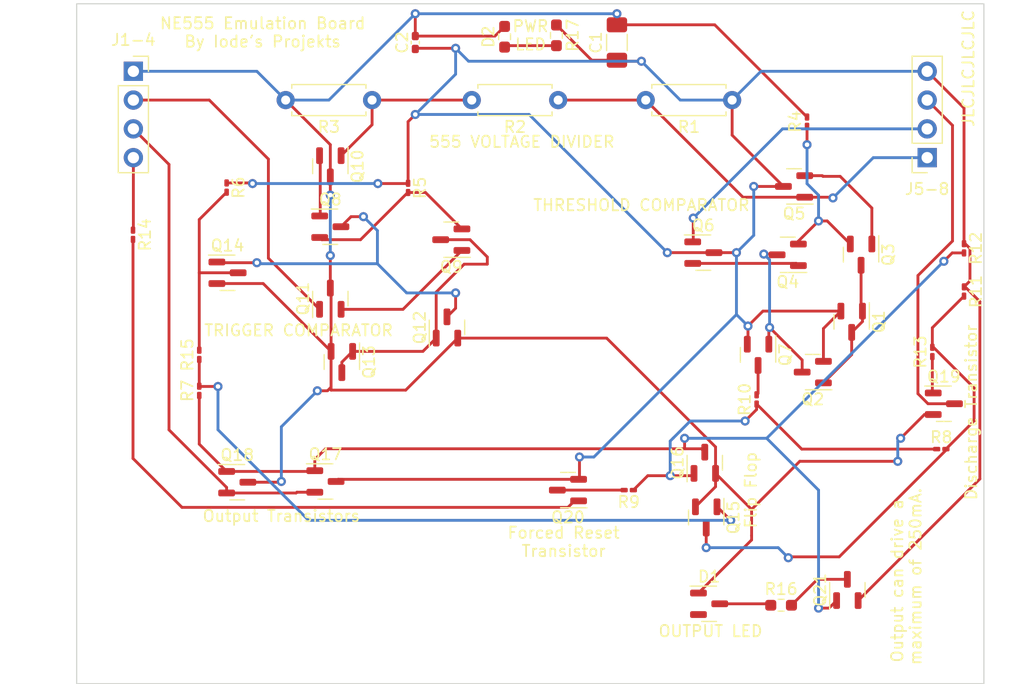
<source format=kicad_pcb>
(kicad_pcb (version 20211014) (generator pcbnew)
  (layers (0 "F.Cu" signal) (31 "B.Cu" signal) (34 "B.Paste" user) (35 "F.Paste" user) (36 "B.SilkS" user "B.Silkscreen") (37 "F.SilkS" user "F.Silkscreen") (38 "B.Mask" user) (39 "F.Mask" user) (44 "Edge.Cuts" user))
  (net 0 "")
  (net 1 "VCC")
  (net 2 "GND")
  (net 3 "TRIG")
  (net 4 "OUT")
  (net 5 "RESET")
  (net 6 "CONT")
  (net 7 "THRES")
  (net 8 "DSCH")
  (net 9 "Net-(Q1-Pad1)")
  (net 10 "Net-(Q2-Pad2)")
  (net 11 "Net-(Q3-Pad1)")
  (net 12 "Net-(Q3-Pad3)")
  (net 13 "Net-(Q4-Pad1)")
  (net 14 "RST")
  (net 15 "Net-(Q12-Pad2)")
  (net 16 "Net-(Q8-Pad2)")
  (net 17 "Net-(Q10-Pad2)")
  (net 18 "Net-(Q12-Pad1)")
  (net 19 "Net-(Q11-Pad2)")
  (net 20 "Net-(Q10-Pad3)")
  (net 21 "Net-(Q14-Pad2)")
  (net 22 "Net-(Q15-Pad1)")
  (net 23 "Net-(Q15-Pad2)")
  (net 24 "Net-(Q16-Pad1)")
  (net 25 "Net-(Q16-Pad2)")
  (net 26 "Net-(Q19-Pad1)")
  (net 27 "Net-(Q20-Pad1)")
  (net 28 "Net-(Q20-Pad3)")
  (net 29 "Net-(D1-Pad3)")
  (net 30 "Net-(D2-Pad1)")
  (net 31 "Net-(Q21-Pad1)")
  (footprint "Footprints:SOT-23-BCE" (layer "F.Cu") (at 175.387 95.504 90)
    (fp_text reference "Q16" (at 0 -2.4 90) (layer "F.SilkS"))
    (fp_text value "Q_NPN_BCE")
    (pad "1" smd roundrect (at -0.9375 -0.95 90) (size 1.475 0.6) (layers "F.Cu" "F.Paste" "F.Mask") (net 24 "Net-(Q16-Pad1)"))
    (pad "2" smd roundrect (at 0.9375 0 90) (size 1.475 0.6) (layers "F.Cu" "F.Paste" "F.Mask") (net 25 "Net-(Q16-Pad2)"))
    (pad "3" smd roundrect (at -0.9375 0.95 90) (size 1.475 0.6) (layers "F.Cu" "F.Paste" "F.Mask") (net 2 "GND"))
  )
  (footprint "Capacitor_SMD:C_0402_1005Metric_Pad0.74x0.62mm_HandSolder" (layer "F.Cu") (at 149.86 58.42 90)
    (fp_text reference "C2" (at 0 -1.16 90) (layer "F.SilkS"))
    (fp_text value "10nf")
    (pad "1" smd roundrect (at -0.5675 0 90) (size 0.735 0.62) (layers "F.Cu" "F.Paste" "F.Mask") (net 1 "VCC"))
    (pad "2" smd roundrect (at 0.5675 0 90) (size 0.735 0.62) (layers "F.Cu" "F.Paste" "F.Mask") (net 2 "GND"))
  )
  (footprint "Resistor_SMD:R_0603_1608Metric_Pad0.98x0.95mm_HandSolder" (layer "F.Cu") (at 182.118 108.077)
    (fp_text reference "R16" (at 0 -1.43) (layer "F.SilkS"))
    (fp_text value "160")
    (pad "1" smd roundrect (at -0.9125 0) (size 0.975 0.95) (layers "F.Cu" "F.Paste" "F.Mask") (net 29 "Net-(D1-Pad3)"))
    (pad "2" smd roundrect (at 0.9125 0) (size 0.975 0.95) (layers "F.Cu" "F.Paste" "F.Mask") (net 31 "Net-(Q21-Pad1)"))
  )
  (footprint "Connector_PinSocket_2.54mm:PinSocket_1x04_P2.54mm_Vertical" (layer "F.Cu") (at 125 60.96)
    (fp_text reference "J1-4" (at 0 -2.77) (layer "F.SilkS"))
    (fp_text value "Screw_Terminal_01x04")
    (pad "1" thru_hole rect (at 0 0) (size 1.7 1.7) (drill 1) (layers *.Cu *.Mask) (net 2 "GND"))
    (pad "2" thru_hole oval (at 0 2.54) (size 1.7 1.7) (drill 1) (layers *.Cu *.Mask) (net 3 "TRIG"))
    (pad "3" thru_hole oval (at 0 5.08) (size 1.7 1.7) (drill 1) (layers *.Cu *.Mask) (net 4 "OUT"))
    (pad "4" thru_hole oval (at 0 7.62) (size 1.7 1.7) (drill 1) (layers *.Cu *.Mask) (net 5 "RESET"))
  )
  (footprint "Footprints:SOT-23-CEB" (layer "F.Cu") (at 163.322 97.917 180)
    (fp_text reference "Q20" (at 0 -2.4) (layer "F.SilkS"))
    (fp_text value "Q_PNP_CEB")
    (pad "1" smd roundrect (at 0.9375 0 180) (size 1.475 0.6) (layers "F.Cu" "F.Paste" "F.Mask") (net 27 "Net-(Q20-Pad1)"))
    (pad "2" smd roundrect (at -0.9375 0.95 180) (size 1.475 0.6) (layers "F.Cu" "F.Paste" "F.Mask") (net 1 "VCC"))
    (pad "3" smd roundrect (at -0.9375 -0.95 180) (size 1.475 0.6) (layers "F.Cu" "F.Paste" "F.Mask") (net 28 "Net-(Q20-Pad3)"))
  )
  (footprint "Footprints:SOT-23-BCE" (layer "F.Cu") (at 141.9375 97.155)
    (fp_text reference "Q17" (at 0 -2.4) (layer "F.SilkS"))
    (fp_text value "Q_NPN_BCE")
    (pad "1" smd roundrect (at -0.9375 -0.95) (size 1.475 0.6) (layers "F.Cu" "F.Paste" "F.Mask") (net 25 "Net-(Q16-Pad2)"))
    (pad "2" smd roundrect (at 0.9375 0) (size 1.475 0.6) (layers "F.Cu" "F.Paste" "F.Mask") (net 1 "VCC"))
    (pad "3" smd roundrect (at -0.9375 0.95) (size 1.475 0.6) (layers "F.Cu" "F.Paste" "F.Mask") (net 4 "OUT"))
  )
  (footprint "Resistor_SMD:R_0201_0603Metric_Pad0.64x0.40mm_HandSolder" (layer "F.Cu") (at 198.247 76.581 -90)
    (fp_text reference "R12" (at 0 -1.05 90) (layer "F.SilkS"))
    (fp_text value "1k")
    (pad "1" smd roundrect (at -0.4075 0 270) (size 0.635 0.4) (layers "F.Cu" "F.Mask") (net 1 "VCC"))
    (pad "2" smd roundrect (at 0.4075 0 270) (size 0.635 0.4) (layers "F.Cu" "F.Mask") (net 25 "Net-(Q16-Pad2)"))
  )
  (footprint "Footprints:SOT-23-BCE" (layer "F.Cu") (at 184.912 87.503 180)
    (fp_text reference "Q2" (at 0 -2.4) (layer "F.SilkS"))
    (fp_text value "Q_PNP_BCE")
    (pad "1" smd roundrect (at -0.9375 -0.95 180) (size 1.475 0.6) (layers "F.Cu" "F.Paste" "F.Mask") (net 9 "Net-(Q1-Pad1)"))
    (pad "2" smd roundrect (at 0.9375 0 180) (size 1.475 0.6) (layers "F.Cu" "F.Paste" "F.Mask") (net 10 "Net-(Q2-Pad2)"))
    (pad "3" smd roundrect (at -0.9375 0.95 180) (size 1.475 0.6) (layers "F.Cu" "F.Paste" "F.Mask") (net 1 "VCC"))
  )
  (footprint "Resistor_SMD:R_0201_0603Metric_Pad0.64x0.40mm_HandSolder" (layer "F.Cu") (at 195.453 85.725 90)
    (fp_text reference "R13" (at 0 -1.05 90) (layer "F.SilkS"))
    (fp_text value "5k")
    (pad "1" smd roundrect (at -0.4075 0 90) (size 0.635 0.4) (layers "F.Cu" "F.Mask") (net 26 "Net-(Q19-Pad1)"))
    (pad "2" smd roundrect (at 0.4075 0 90) (size 0.635 0.4) (layers "F.Cu" "F.Mask") (net 23 "Net-(Q15-Pad2)"))
  )
  (footprint "Footprints:SOT-23-CEB" (layer "F.Cu") (at 134.1605 97.221)
    (fp_text reference "Q18" (at 0 -2.4) (layer "F.SilkS"))
    (fp_text value "Q_PNP_CEB")
    (pad "1" smd roundrect (at 0.9375 0) (size 1.475 0.6) (layers "F.Cu" "F.Paste" "F.Mask") (net 2 "GND"))
    (pad "2" smd roundrect (at -0.9375 0.95) (size 1.475 0.6) (layers "F.Cu" "F.Paste" "F.Mask") (net 4 "OUT"))
    (pad "3" smd roundrect (at -0.9375 -0.95) (size 1.475 0.6) (layers "F.Cu" "F.Paste" "F.Mask") (net 25 "Net-(Q16-Pad2)"))
  )
  (footprint "Connector_PinSocket_2.54mm:PinSocket_1x04_P2.54mm_Vertical" (layer "F.Cu") (at 195 68.58 180)
    (fp_text reference "J5-8" (at 0 -2.77) (layer "F.SilkS"))
    (fp_text value "Screw_Terminal_01x04")
    (pad "1" thru_hole rect (at 0 0 180) (size 1.7 1.7) (drill 1) (layers *.Cu *.Mask) (net 6 "CONT"))
    (pad "2" thru_hole oval (at 0 2.54 180) (size 1.7 1.7) (drill 1) (layers *.Cu *.Mask) (net 7 "THRES"))
    (pad "3" thru_hole oval (at 0 5.08 180) (size 1.7 1.7) (drill 1) (layers *.Cu *.Mask) (net 8 "DSCH"))
    (pad "4" thru_hole oval (at 0 7.62 180) (size 1.7 1.7) (drill 1) (layers *.Cu *.Mask) (net 1 "VCC"))
  )
  (footprint "Resistor_SMD:R_0201_0603Metric_Pad0.64x0.40mm_HandSolder" (layer "F.Cu") (at 124.968 75.385 -90)
    (fp_text reference "R14" (at 0 -1.05 90) (layer "F.SilkS"))
    (fp_text value "1k")
    (pad "1" smd roundrect (at -0.4075 0 270) (size 0.635 0.4) (layers "F.Cu" "F.Mask") (net 5 "RESET"))
    (pad "2" smd roundrect (at 0.4075 0 270) (size 0.635 0.4) (layers "F.Cu" "F.Mask") (net 28 "Net-(Q20-Pad3)"))
  )
  (footprint "Footprints:SOT-23-BCE" (layer "F.Cu") (at 175.26 76.962)
    (fp_text reference "Q6" (at 0 -2.4) (layer "F.SilkS"))
    (fp_text value "Q_NPN_BCE")
    (pad "1" smd roundrect (at -0.9375 -0.95) (size 1.475 0.6) (layers "F.Cu" "F.Paste" "F.Mask") (net 7 "THRES"))
    (pad "2" smd roundrect (at 0.9375 0) (size 1.475 0.6) (layers "F.Cu" "F.Paste" "F.Mask") (net 1 "VCC"))
    (pad "3" smd roundrect (at -0.9375 0.95) (size 1.475 0.6) (layers "F.Cu" "F.Paste" "F.Mask") (net 13 "Net-(Q4-Pad1)"))
  )
  (footprint "Footprints:SOT-23-BCE" (layer "F.Cu") (at 189.169 77.1375 -90)
    (fp_text reference "Q3" (at 0 -2.4 90) (layer "F.SilkS"))
    (fp_text value "Q_NPN_BCE")
    (pad "1" smd roundrect (at -0.9375 -0.95 270) (size 1.475 0.6) (layers "F.Cu" "F.Paste" "F.Mask") (net 11 "Net-(Q3-Pad1)"))
    (pad "2" smd roundrect (at 0.9375 0 270) (size 1.475 0.6) (layers "F.Cu" "F.Paste" "F.Mask") (net 9 "Net-(Q1-Pad1)"))
    (pad "3" smd roundrect (at -0.9375 0.95 270) (size 1.475 0.6) (layers "F.Cu" "F.Paste" "F.Mask") (net 12 "Net-(Q3-Pad3)"))
  )
  (footprint "Footprints:SOT-23-BCE" (layer "F.Cu") (at 175.514 100.33 -90)
    (fp_text reference "Q15" (at 0 -2.4 90) (layer "F.SilkS"))
    (fp_text value "Q_NPN_BCE")
    (pad "1" smd roundrect (at -0.9375 -0.95 270) (size 1.475 0.6) (layers "F.Cu" "F.Paste" "F.Mask") (net 22 "Net-(Q15-Pad1)"))
    (pad "2" smd roundrect (at 0.9375 0 270) (size 1.475 0.6) (layers "F.Cu" "F.Paste" "F.Mask") (net 23 "Net-(Q15-Pad2)"))
    (pad "3" smd roundrect (at -0.9375 0.95 270) (size 1.475 0.6) (layers "F.Cu" "F.Paste" "F.Mask") (net 2 "GND"))
  )
  (footprint "Footprints:SOT-23-CEB" (layer "F.Cu") (at 142.367 81.026 90)
    (fp_text reference "Q11" (at 0 -2.4 90) (layer "F.SilkS"))
    (fp_text value "Q_PNP_CEB")
    (pad "1" smd roundrect (at 0.9375 0 90) (size 1.475 0.6) (layers "F.Cu" "F.Paste" "F.Mask") (net 2 "GND"))
    (pad "2" smd roundrect (at -0.9375 0.95 90) (size 1.475 0.6) (layers "F.Cu" "F.Paste" "F.Mask") (net 19 "Net-(Q11-Pad2)"))
    (pad "3" smd roundrect (at -0.9375 -0.95 90) (size 1.475 0.6) (layers "F.Cu" "F.Paste" "F.Mask") (net 3 "TRIG"))
  )
  (footprint "Capacitor_SMD:C_1206_3216Metric_Pad1.33x1.80mm_HandSolder" (layer "F.Cu") (at 167.64 58.42 90)
    (fp_text reference "C1" (at 0 -1.85 90) (layer "F.SilkS"))
    (fp_text value "100uf")
    (pad "1" smd roundrect (at -1.5625 0 90) (size 1.325 1.8) (layers "F.Cu" "F.Paste" "F.Mask") (roundrect_rratio 0.188679) (net 1 "VCC"))
    (pad "2" smd roundrect (at 1.5625 0 90) (size 1.325 1.8) (layers "F.Cu" "F.Paste" "F.Mask") (roundrect_rratio 0.188679) (net 2 "GND"))
  )
  (footprint "Resistor_THT:R_Axial_DIN0207_L6.3mm_D2.5mm_P7.62mm_Horizontal" (layer "F.Cu") (at 162.46 63.5 180)
    (fp_text reference "R2" (at 3.81 -2.37) (layer "F.SilkS"))
    (fp_text value "5k")
    (pad "1" thru_hole circle (at 0 0 180) (size 1.6 1.6) (drill 0.8) (layers *.Cu *.Mask) (net 6 "CONT"))
    (pad "2" thru_hole oval (at 7.62 0 180) (size 1.6 1.6) (drill 0.8) (layers *.Cu *.Mask) (net 20 "Net-(Q10-Pad3)"))
  )
  (footprint "Footprints:SOT-23-BCE" (layer "F.Cu") (at 188.341 83.058 -90)
    (fp_text reference "Q1" (at 0 -2.4 90) (layer "F.SilkS"))
    (fp_text value "Q_PNP_BCE")
    (pad "1" smd roundrect (at -0.9375 -0.95 270) (size 1.475 0.6) (layers "F.Cu" "F.Paste" "F.Mask") (net 9 "Net-(Q1-Pad1)"))
    (pad "2" smd roundrect (at 0.9375 0 270) (size 1.475 0.6) (layers "F.Cu" "F.Paste" "F.Mask") (net 9 "Net-(Q1-Pad1)"))
    (pad "3" smd roundrect (at -0.9375 0.95 270) (size 1.475 0.6) (layers "F.Cu" "F.Paste" "F.Mask") (net 1 "VCC"))
  )
  (footprint "Footprints:SOT-23-BCE" (layer "F.Cu") (at 180.086 85.979 -90)
    (fp_text reference "Q7" (at 0 -2.4 90) (layer "F.SilkS"))
    (fp_text value "Q_PNP_BCE")
    (pad "1" smd roundrect (at -0.9375 -0.95 270) (size 1.475 0.6) (layers "F.Cu" "F.Paste" "F.Mask") (net 10 "Net-(Q2-Pad2)"))
    (pad "2" smd roundrect (at 0.9375 0 270) (size 1.475 0.6) (layers "F.Cu" "F.Paste" "F.Mask") (net 14 "RST"))
    (pad "3" smd roundrect (at -0.9375 0.95 270) (size 1.475 0.6) (layers "F.Cu" "F.Paste" "F.Mask") (net 1 "VCC"))
  )
  (footprint "Package_TO_SOT_SMD:SOT-23" (layer "F.Cu") (at 175.768 107.95)
    (fp_text reference "D1" (at 0 -2.4) (layer "F.SilkS"))
    (fp_text value "Green LED")
    (pad "1" smd roundrect (at -0.9375 -0.95) (size 1.475 0.6) (layers "F.Cu" "F.Paste" "F.Mask") (net 2 "GND"))
    (pad "2" smd roundrect (at -0.9375 0.95) (size 1.475 0.6) (layers "F.Cu" "F.Paste" "F.Mask"))
    (pad "3" smd roundrect (at 0.9375 0) (size 1.475 0.6) (layers "F.Cu" "F.Paste" "F.Mask") (net 29 "Net-(D1-Pad3)"))
  )
  (footprint "Footprints:SOT-23-CEB" (layer "F.Cu") (at 142.367 69.342 -90)
    (fp_text reference "Q10" (at 0 -2.4 90) (layer "F.SilkS"))
    (fp_text value "Q_PNP_CEB")
    (pad "1" smd roundrect (at 0.9375 0 270) (size 1.475 0.6) (layers "F.Cu" "F.Paste" "F.Mask") (net 2 "GND"))
    (pad "2" smd roundrect (at -0.9375 0.95 270) (size 1.475 0.6) (layers "F.Cu" "F.Paste" "F.Mask") (net 17 "Net-(Q10-Pad2)"))
    (pad "3" smd roundrect (at -0.9375 -0.95 270) (size 1.475 0.6) (layers "F.Cu" "F.Paste" "F.Mask") (net 20 "Net-(Q10-Pad3)"))
  )
  (footprint "Resistor_SMD:R_0201_0603Metric_Pad0.64x0.40mm_HandSolder" (layer "F.Cu") (at 133.223 71.2205 -90)
    (fp_text reference "R6" (at 0 -1.05 90) (layer "F.SilkS"))
    (fp_text value "5k")
    (pad "1" smd roundrect (at -0.4075 0 270) (size 0.635 0.4) (layers "F.Cu" "F.Mask") (net 1 "VCC"))
    (pad "2" smd roundrect (at 0.4075 0 270) (size 0.635 0.4) (layers "F.Cu" "F.Mask") (net 21 "Net-(Q14-Pad2)"))
  )
  (footprint "Footprints:SOT-23-BCE" (layer "F.Cu") (at 182.7045 77.155 180)
    (fp_text reference "Q4" (at 0 -2.4) (layer "F.SilkS"))
    (fp_text value "Q_NPN_BCE")
    (pad "1" smd roundrect (at -0.9375 -0.95 180) (size 1.475 0.6) (layers "F.Cu" "F.Paste" "F.Mask") (net 13 "Net-(Q4-Pad1)"))
    (pad "2" smd roundrect (at 0.9375 0 180) (size 1.475 0.6) (layers "F.Cu" "F.Paste" "F.Mask") (net 10 "Net-(Q2-Pad2)"))
    (pad "3" smd roundrect (at -0.9375 0.95 180) (size 1.475 0.6) (layers "F.Cu" "F.Paste" "F.Mask") (net 12 "Net-(Q3-Pad3)"))
  )
  (footprint "Footprints:SOT-23-CEB" (layer "F.Cu") (at 142.367 74.676)
    (fp_text reference "Q8" (at 0 -2.4) (layer "F.SilkS"))
    (fp_text value "Q_PNP_CEB")
    (pad "1" smd roundrect (at 0.9375 0) (size 1.475 0.6) (layers "F.Cu" "F.Paste" "F.Mask") (net 15 "Net-(Q12-Pad2)"))
    (pad "2" smd roundrect (at -0.9375 0.95) (size 1.475 0.6) (layers "F.Cu" "F.Paste" "F.Mask") (net 16 "Net-(Q8-Pad2)"))
    (pad "3" smd roundrect (at -0.9375 -0.95) (size 1.475 0.6) (layers "F.Cu" "F.Paste" "F.Mask") (net 17 "Net-(Q10-Pad2)"))
  )
  (footprint "Footprints:SOT-23-BCE" (layer "F.Cu") (at 152.654 83.566 90)
    (fp_text reference "Q12" (at 0 -2.4 90) (layer "F.SilkS"))
    (fp_text value "Q_NPN_BCE")
    (pad "1" smd roundrect (at -0.9375 -0.95 90) (size 1.475 0.6) (layers "F.Cu" "F.Paste" "F.Mask") (net 18 "Net-(Q12-Pad1)"))
    (pad "2" smd roundrect (at 0.9375 0 90) (size 1.475 0.6) (layers "F.Cu" "F.Paste" "F.Mask") (net 15 "Net-(Q12-Pad2)"))
    (pad "3" smd roundrect (at -0.9375 0.95 90) (size 1.475 0.6) (layers "F.Cu" "F.Paste" "F.Mask") (net 2 "GND"))
  )
  (footprint "Footprints:SOT-23-BCE" (layer "F.Cu") (at 143.383 86.614 -90)
    (fp_text reference "Q13" (at 0 -2.4 90) (layer "F.SilkS"))
    (fp_text value "Q_NPN_BCE")
    (pad "1" smd roundrect (at -0.9375 -0.95 270) (size 1.475 0.6) (layers "F.Cu" "F.Paste" "F.Mask") (net 18 "Net-(Q12-Pad1)"))
    (pad "2" smd roundrect (at 0.9375 0 270) (size 1.475 0.6) (layers "F.Cu" "F.Paste" "F.Mask") (net 18 "Net-(Q12-Pad1)"))
    (pad "3" smd roundrect (at -0.9375 0.95 270) (size 1.475 0.6) (layers "F.Cu" "F.Paste" "F.Mask") (net 2 "GND"))
  )
  (footprint "Resistor_SMD:R_0201_0603Metric_Pad0.64x0.40mm_HandSolder" (layer "F.Cu") (at 196.2415 94.299)
    (fp_text reference "R8" (at 0 -1.05) (layer "F.SilkS"))
    (fp_text value "5k")
    (pad "1" smd roundrect (at -0.4075 0) (size 0.635 0.4) (layers "F.Cu" "F.Mask") (net 24 "Net-(Q16-Pad1)"))
    (pad "2" smd roundrect (at 0.4075 0) (size 0.635 0.4) (layers "F.Cu" "F.Mask") (net 23 "Net-(Q15-Pad2)"))
  )
  (footprint "Resistor_SMD:R_0201_0603Metric_Pad0.64x0.40mm_HandSolder" (layer "F.Cu") (at 198.247 80.391 -90)
    (fp_text reference "R11" (at 0 -1.05 90) (layer "F.SilkS"))
    (fp_text value "1k")
    (pad "1" smd roundrect (at -0.4075 0 270) (size 0.635 0.4) (layers "F.Cu" "F.Mask") (net 1 "VCC"))
    (pad "2" smd roundrect (at 0.4075 0 270) (size 0.635 0.4) (layers "F.Cu" "F.Mask") (net 23 "Net-(Q15-Pad2)"))
  )
  (footprint "Footprints:SOT-23-CEB" (layer "F.Cu") (at 153.035 75.819 180)
    (fp_text reference "Q9" (at 0 -2.4) (layer "F.SilkS"))
    (fp_text value "Q_PNP_CEB")
    (pad "1" smd roundrect (at 0.9375 0 180) (size 1.475 0.6) (layers "F.Cu" "F.Paste" "F.Mask") (net 18 "Net-(Q12-Pad1)"))
    (pad "2" smd roundrect (at -0.9375 0.95 180) (size 1.475 0.6) (layers "F.Cu" "F.Paste" "F.Mask") (net 16 "Net-(Q8-Pad2)"))
    (pad "3" smd roundrect (at -0.9375 -0.95 180) (size 1.475 0.6) (layers "F.Cu" "F.Paste" "F.Mask") (net 19 "Net-(Q11-Pad2)"))
  )
  (footprint "Resistor_SMD:R_0603_1608Metric_Pad0.98x0.95mm_HandSolder" (layer "F.Cu") (at 162.306 57.785 -90)
    (fp_text reference "R17" (at 0 -1.43 90) (layer "F.SilkS"))
    (fp_text value "160")
    (pad "1" smd roundrect (at -0.9125 0 270) (size 0.975 0.95) (layers "F.Cu" "F.Paste" "F.Mask") (net 1 "VCC"))
    (pad "2" smd roundrect (at 0.9125 0 270) (size 0.975 0.95) (layers "F.Cu" "F.Paste" "F.Mask") (net 30 "Net-(D2-Pad1)"))
  )
  (footprint "Footprints:SOT-23-BCE" (layer "F.Cu") (at 196.469 90.297)
    (fp_text reference "Q19" (at 0 -2.4) (layer "F.SilkS"))
    (fp_text value "Q_NPN_BCE")
    (pad "1" smd roundrect (at -0.9375 -0.95) (size 1.475 0.6) (layers "F.Cu" "F.Paste" "F.Mask") (net 26 "Net-(Q19-Pad1)"))
    (pad "2" smd roundrect (at 0.9375 0) (size 1.475 0.6) (layers "F.Cu" "F.Paste" "F.Mask") (net 8 "DSCH"))
    (pad "3" smd roundrect (at -0.9375 0.95) (size 1.475 0.6) (layers "F.Cu" "F.Paste" "F.Mask") (net 2 "GND"))
  )
  (footprint "Footprints:SOT-23-CEB" (layer "F.Cu") (at 187.96 106.7285 90)
    (fp_text reference "Q21" (at 0 -2.4 90) (layer "F.SilkS"))
    (fp_text value "Q_PNP_CEB")
    (pad "1" smd roundrect (at 0.9375 0 90) (size 1.475 0.6) (layers "F.Cu" "F.Paste" "F.Mask") (net 31 "Net-(Q21-Pad1)"))
    (pad "2" smd roundrect (at -0.9375 0.95 90) (size 1.475 0.6) (layers "F.Cu" "F.Paste" "F.Mask") (net 1 "VCC"))
    (pad "3" smd roundrect (at -0.9375 -0.95 90) (size 1.475 0.6) (layers "F.Cu" "F.Paste" "F.Mask") (net 25 "Net-(Q16-Pad2)"))
  )
  (footprint "Resistor_SMD:R_0201_0603Metric_Pad0.64x0.40mm_HandSolder" (layer "F.Cu") (at 168.6825 97.917 180)
    (fp_text reference "R9" (at 0 -1.05) (layer "F.SilkS"))
    (fp_text value "5k")
    (pad "1" smd roundrect (at -0.4075 0 180) (size 0.635 0.4) (layers "F.Cu" "F.Mask") (net 24 "Net-(Q16-Pad1)"))
    (pad "2" smd roundrect (at 0.4075 0 180) (size 0.635 0.4) (layers "F.Cu" "F.Mask") (net 27 "Net-(Q20-Pad1)"))
  )
  (footprint "Resistor_THT:R_Axial_DIN0207_L6.3mm_D2.5mm_P7.62mm_Horizontal" (layer "F.Cu") (at 146.05 63.5 180)
    (fp_text reference "R3" (at 3.81 -2.37) (layer "F.SilkS"))
    (fp_text value "5k")
    (pad "1" thru_hole circle (at 0 0 180) (size 1.6 1.6) (drill 0.8) (layers *.Cu *.Mask) (net 20 "Net-(Q10-Pad3)"))
    (pad "2" thru_hole oval (at 7.62 0 180) (size 1.6 1.6) (drill 0.8) (layers *.Cu *.Mask) (net 2 "GND"))
  )
  (footprint "Resistor_SMD:R_0201_0603Metric_Pad0.64x0.40mm_HandSolder" (layer "F.Cu") (at 130.81 85.979 90)
    (fp_text reference "R15" (at 0 -1.05 90) (layer "F.SilkS"))
    (fp_text value "5k")
    (pad "1" smd roundrect (at -0.4075 0 90) (size 0.635 0.4) (layers "F.Cu" "F.Mask") (net 22 "Net-(Q15-Pad1)"))
    (pad "2" smd roundrect (at 0.4075 0 90) (size 0.635 0.4) (layers "F.Cu" "F.Mask") (net 21 "Net-(Q14-Pad2)"))
  )
  (footprint "Resistor_SMD:R_0201_0603Metric_Pad0.64x0.40mm_HandSolder" (layer "F.Cu") (at 184.404 65.405 90)
    (fp_text reference "R4" (at 0 -1.05 90) (layer "F.SilkS"))
    (fp_text value "10k")
    (pad "1" smd roundrect (at -0.4075 0 90) (size 0.635 0.4) (layers "F.Cu" "F.Mask") (net 12 "Net-(Q3-Pad3)"))
    (pad "2" smd roundrect (at 0.4075 0 90) (size 0.635 0.4) (layers "F.Cu" "F.Mask") (net 2 "GND"))
  )
  (footprint "Resistor_SMD:R_0603_1608Metric_Pad0.98x0.95mm_HandSolder" (layer "F.Cu") (at 157.734 57.912 90)
    (fp_text reference "D2" (at 0 -1.43 90) (layer "F.SilkS"))
    (fp_text value "Red LED")
    (pad "1" smd roundrect (at -0.9125 0 90) (size 0.975 0.95) (layers "F.Cu" "F.Paste" "F.Mask") (net 30 "Net-(D2-Pad1)"))
    (pad "2" smd roundrect (at 0.9125 0 90) (size 0.975 0.95) (layers "F.Cu" "F.Paste" "F.Mask") (net 2 "GND"))
  )
  (footprint "Resistor_SMD:R_0201_0603Metric_Pad0.64x0.40mm_HandSolder" (layer "F.Cu") (at 179.959 89.916 90)
    (fp_text reference "R10" (at 0 -1.05 90) (layer "F.SilkS"))
    (fp_text value "5k")
    (pad "1" smd roundrect (at -0.4075 0 90) (size 0.635 0.4) (layers "F.Cu" "F.Mask") (net 24 "Net-(Q16-Pad1)"))
    (pad "2" smd roundrect (at 0.4075 0 90) (size 0.635 0.4) (layers "F.Cu" "F.Mask") (net 14 "RST"))
  )
  (footprint "Resistor_THT:R_Axial_DIN0207_L6.3mm_D2.5mm_P7.62mm_Horizontal" (layer "F.Cu") (at 177.8 63.5 180)
    (fp_text reference "R1" (at 3.81 -2.37) (layer "F.SilkS"))
    (fp_text value "5k")
    (pad "1" thru_hole circle (at 0 0 180) (size 1.6 1.6) (drill 0.8) (layers *.Cu *.Mask) (net 1 "VCC"))
    (pad "2" thru_hole oval (at 7.62 0 180) (size 1.6 1.6) (drill 0.8) (layers *.Cu *.Mask) (net 6 "CONT"))
  )
  (footprint "Resistor_SMD:R_0201_0603Metric_Pad0.64x0.40mm_HandSolder" (layer "F.Cu") (at 149.225 71.247 -90)
    (fp_text reference "R5" (at 0 -1.05 90) (layer "F.SilkS"))
    (fp_text value "10k")
    (pad "1" smd roundrect (at -0.4075 0 270) (size 0.635 0.4) (layers "F.Cu" "F.Mask") (net 1 "VCC"))
    (pad "2" smd roundrect (at 0.4075 0 270) (size 0.635 0.4) (layers "F.Cu" "F.Mask") (net 16 "Net-(Q8-Pad2)"))
  )
  (footprint "Footprints:SOT-23-BCE" (layer "F.Cu") (at 133.3015 78.74)
    (fp_text reference "Q14" (at 0 -2.4) (layer "F.SilkS"))
    (fp_text value "Q_NPN_BCE")
    (pad "1" smd roundrect (at -0.9375 -0.95) (size 1.475 0.6) (layers "F.Cu" "F.Paste" "F.Mask") (net 15 "Net-(Q12-Pad2)"))
    (pad "2" smd roundrect (at 0.9375 0) (size 1.475 0.6) (layers "F.Cu" "F.Paste" "F.Mask") (net 21 "Net-(Q14-Pad2)"))
    (pad "3" smd roundrect (at -0.9375 0.95) (size 1.475 0.6) (layers "F.Cu" "F.Paste" "F.Mask") (net 2 "GND"))
  )
  (footprint "Footprints:SOT-23-BCE" (layer "F.Cu") (at 183.261 71.12 180)
    (fp_text reference "Q5" (at 0 -2.4) (layer "F.SilkS"))
    (fp_text value "Q_NPN_BCE")
    (pad "1" smd roundrect (at -0.9375 -0.95 180) (size 1.475 0.6) (layers "F.Cu" "F.Paste" "F.Mask") (net 6 "CONT"))
    (pad "2" smd roundrect (at 0.9375 0 180) (size 1.475 0.6) (layers "F.Cu" "F.Paste" "F.Mask") (net 1 "VCC"))
    (pad "3" smd roundrect (at -0.9375 0.95 180) (size 1.475 0.6) (layers "F.Cu" "F.Paste" "F.Mask") (net 11 "Net-(Q3-Pad1)"))
  )
  (footprint "Resistor_SMD:R_0201_0603Metric_Pad0.64x0.40mm_HandSolder" (layer "F.Cu") (at 130.81 89.154 90)
    (fp_text reference "R7" (at 0 -1.05 90) (layer "F.SilkS"))
    (fp_text value "5k")
    (pad "1" smd roundrect (at -0.4075 0 90) (size 0.635 0.4) (layers "F.Cu" "F.Mask") (net 25 "Net-(Q16-Pad2)"))
    (pad "2" smd roundrect (at 0.4075 0 90) (size 0.635 0.4) (layers "F.Cu" "F.Mask") (net 22 "Net-(Q15-Pad1)"))
  )
  (gr_rect (start 200 55) (end 120 115) (layer "Edge.Cuts") (width 0.1) (fill none))
  (gr_text "Forced Reset\nTransistor" (at 162.941 102.489) (layer "F.SilkS") (effects (font (size 1 1))))
  (gr_text "OUTPUT LED\n" (at 175.895 110.363) (layer "F.SilkS") (effects (font (size 1 1))))
  (gr_text "Output Transistors" (at 138.049 100.203) (layer "F.SilkS") (effects (font (size 1 1))))
  (gr_text "Output can drive a \nmaximum of 250mA." (at 193.167 105.537 90) (layer "F.SilkS") (effects (font (size 1 1))))
  (gr_text "JLCJLCJLCJLC" (at 198.628 60.706 90) (layer "F.SilkS") (effects (font (size 1 1))))
  (gr_text "555 VOLTAGE DIVIDER\n" (at 159.258 67.183) (layer "F.SilkS") (effects (font (size 1 1))))
  (gr_text "Discharge Transistor\n" (at 198.882 91.059 90) (layer "F.SilkS") (effects (font (size 1 1))))
  (gr_text "THRESHOLD COMPARATOR\n" (at 169.799 72.771) (layer "F.SilkS") (effects (font (size 1 1))))
  (gr_text "NE555 Emulation Board\nBy Iode's Projekts" (at 136.398 57.531) (layer "F.SilkS") (effects (font (size 1 1))))
  (gr_text "TRIGGER COMPARATOR\n" (at 139.573 83.82) (layer "F.SilkS") (effects (font (size 1 1))))
  (gr_text "PWR\nLED" (at 160.02 57.785) (layer "F.SilkS") (effects (font (size 1 1))))
  (gr_text "Flip Flop" (at 179.451 97.917 90) (layer "F.SilkS") (effects (font (size 1 1))))
  (segment (start 198.247 79.9835) (end 198.349861 79.9835) (width 0.25) (layer "F.Cu") (net 1))
  (segment (start 198.349861 76.1735) (end 198.247 76.1735) (width 0.25) (layer "F.Cu") (net 1))
  (segment (start 172.085 76.962) (end 176.1975 76.962) (width 0.25) (layer "F.Cu") (net 1))
  (segment (start 149.225 65.405) (end 149.86 64.77) (width 0.25) (layer "F.Cu") (net 1))
  (segment (start 149.1985 70.866) (end 146.558 70.866) (width 0.25) (layer "F.Cu") (net 1))
  (segment (start 133.223 70.813) (end 135.456 70.813) (width 0.25) (layer "F.Cu") (net 1))
  (segment (start 187.391 82.1205) (end 185.8495 83.662) (width 0.25) (layer "F.Cu") (net 1))
  (segment (start 198.247 64.207) (end 195 60.96) (width 0.25) (layer "F.Cu") (net 1))
  (segment (start 164.338 96.8885) (end 164.2595 96.967) (width 0.25) (layer "F.Cu") (net 1))
  (segment (start 153.416 58.928) (end 149.9195 58.928) (width 0.25) (layer "F.Cu") (net 1))
  (segment (start 164.2595 96.967) (end 143.063 96.967) (width 0.25) (layer "F.Cu") (net 1))
  (segment (start 178.181 76.962) (end 176.1975 76.962) (width 0.25) (layer "F.Cu") (net 1))
  (segment (start 182.3235 71.12) (end 179.705 71.12) (width 0.25) (layer "F.Cu") (net 1))
  (segment (start 182.3235 71.12) (end 177.8 66.5965) (width 0.25) (layer "F.Cu") (net 1))
  (segment (start 179.197 84.9805) (end 179.136 85.0415) (width 0.25) (layer "F.Cu") (net 1))
  (segment (start 149.9195 58.928) (end 149.86 58.9875) (width 0.25) (layer "F.Cu") (net 1))
  (segment (start 162.306 56.8725) (end 165.416 59.9825) (width 0.25) (layer "F.Cu") (net 1))
  (segment (start 198.77152 79.45898) (end 198.77152 76.595159) (width 0.25) (layer "F.Cu") (net 1))
  (segment (start 198.247 76.1735) (end 198.247 64.207) (width 0.25) (layer "F.Cu") (net 1))
  (segment (start 199.644 96.932) (end 188.91 107.666) (width 0.25) (layer "F.Cu") (net 1))
  (segment (start 198.349861 79.9835) (end 199.644 81.277639) (width 0.25) (layer "F.Cu") (net 1))
  (segment (start 198.247 79.9835) (end 198.77152 79.45898) (width 0.25) (layer "F.Cu") (net 1))
  (segment (start 169.799 60.071) (end 167.7285 60.071) (width 0.25) (layer "F.Cu") (net 1))
  (segment (start 199.644 81.277639) (end 199.644 96.932) (width 0.25) (layer "F.Cu") (net 1))
  (segment (start 167.7285 60.071) (end 167.64 59.9825) (width 0.25) (layer "F.Cu") (net 1))
  (segment (start 180.5155 82.1205) (end 179.197 83.439) (width 0.25) (layer "F.Cu") (net 1))
  (segment (start 143.063 96.967) (end 142.875 97.155) (width 0.25) (layer "F.Cu") (net 1))
  (segment (start 177.8 66.5965) (end 177.8 63.5) (width 0.25) (layer "F.Cu") (net 1))
  (segment (start 149.225 70.8395) (end 149.225 65.405) (width 0.25) (layer "F.Cu") (net 1))
  (segment (start 164.338 94.996) (end 164.338 96.8885) (width 0.25) (layer "F.Cu") (net 1))
  (segment (start 185.8495 83.662) (end 185.8495 86.553) (width 0.25) (layer "F.Cu") (net 1))
  (segment (start 165.416 59.9825) (end 167.64 59.9825) (width 0.25) (layer "F.Cu") (net 1))
  (segment (start 179.197 83.439) (end 179.197 84.9805) (width 0.25) (layer "F.Cu") (net 1))
  (segment (start 187.391 82.1205) (end 180.5155 82.1205) (width 0.25) (layer "F.Cu") (net 1))
  (segment (start 198.77152 76.595159) (end 198.349861 76.1735) (width 0.25) (layer "F.Cu") (net 1))
  (segment (start 149.225 70.8395) (end 149.1985 70.866) (width 0.25) (layer "F.Cu") (net 1))
  (segment (start 135.456 70.813) (end 135.509 70.866) (width 0.25) (layer "F.Cu") (net 1))
  (via (at 149.86 64.77) (size 0.8) (drill 0.4) (layers "F.Cu" "B.Cu") (net 1))
  (via (at 153.416 58.928) (size 0.8) (drill 0.4) (layers "F.Cu" "B.Cu") (net 1))
  (via (at 164.338 94.996) (size 0.8) (drill 0.4) (layers "F.Cu" "B.Cu") (net 1))
  (via (at 172.085 76.962) (size 0.8) (drill 0.4) (layers "F.Cu" "B.Cu") (net 1))
  (via (at 179.705 71.12) (size 0.8) (drill 0.4) (layers "F.Cu" "B.Cu") (net 1))
  (via (at 179.197 83.439) (size 0.8) (drill 0.4) (layers "F.Cu" "B.Cu") (net 1))
  (via (at 178.181 76.962) (size 0.8) (drill 0.4) (layers "F.Cu" "B.Cu") (net 1))
  (via (at 135.509 70.866) (size 0.8) (drill 0.4) (layers "F.Cu" "B.Cu") (net 1))
  (via (at 169.799 60.071) (size 0.8) (drill 0.4) (layers "F.Cu" "B.Cu") (net 1))
  (via (at 146.558 70.866) (size 0.8) (drill 0.4) (layers "F.Cu" "B.Cu") (net 1))
  (segment (start 149.86 64.77) (end 159.893 64.77) (width 0.25) (layer "B.Cu") (net 1))
  (segment (start 179.705 75.438) (end 178.181 76.962) (width 0.25) (layer "B.Cu") (net 1))
  (segment (start 179.705 71.12) (end 179.705 75.438) (width 0.25) (layer "B.Cu") (net 1))
  (segment (start 195 60.96) (end 180.34 60.96) (width 0.25) (layer "B.Cu") (net 1))
  (segment (start 135.509 70.866) (end 146.558 70.866) (width 0.25) (layer "B.Cu") (net 1))
  (segment (start 178.181 82.423) (end 165.608 94.996) (width 0.25) (layer "B.Cu") (net 1))
  (segment (start 180.34 60.96) (end 177.8 63.5) (width 0.25) (layer "B.Cu") (net 1))
  (segment (start 178.181 76.962) (end 178.181 82.423) (width 0.25) (layer "B.Cu") (net 1))
  (segment (start 169.799 60.071) (end 154.559 60.071) (width 0.25) (layer "B.Cu") (net 1))
  (segment (start 165.608 94.996) (end 164.338 94.996) (width 0.25) (layer "B.Cu") (net 1))
  (segment (start 154.559 60.071) (end 153.416 58.928) (width 0.25) (layer "B.Cu") (net 1))
  (segment (start 173.228 63.5) (end 169.799 60.071) (width 0.25) (layer "B.Cu") (net 1))
  (segment (start 178.181 82.423) (end 179.197 83.439) (width 0.25) (layer "B.Cu") (net 1))
  (segment (start 159.893 64.77) (end 172.085 76.962) (width 0.25) (layer "B.Cu") (net 1))
  (segment (start 149.86 64.77) (end 153.416 61.214) (width 0.25) (layer "B.Cu") (net 1))
  (segment (start 153.416 61.214) (end 153.416 58.928) (width 0.25) (layer "B.Cu") (net 1))
  (segment (start 177.8 63.5) (end 173.228 63.5) (width 0.25) (layer "B.Cu") (net 1))
  (segment (start 179.517 102.3135) (end 174.8305 107) (width 0.25) (layer "F.Cu") (net 2))
  (segment (start 176.337 97.6195) (end 174.564 99.3925) (width 0.25) (layer "F.Cu") (net 2))
  (segment (start 149.86 55.88) (end 149.86 57.8525) (width 0.25) (layer "F.Cu") (net 2))
  (segment (start 142.433 88.834) (end 142.433 89.093) (width 0.25) (layer "F.Cu") (net 2))
  (segment (start 141.224 89.154) (end 142.113 89.154) (width 0.25) (layer "F.Cu") (net 2))
  (segment (start 142.433 80.1545) (end 142.367 80.0885) (width 0.25) (layer "F.Cu") (net 2))
  (segment (start 156.881 57.8525) (end 157.734 56.9995) (width 0.25) (layer "F.Cu") (net 2))
  (segment (start 183.7615 95.377) (end 192.405 95.377) (width 0.25) (layer "F.Cu") (net 2))
  (segment (start 142.367 80.0885) (end 142.367 77.216) (width 0.25) (layer "F.Cu") (net 2))
  (segment (start 176.337 96.4415) (end 176.337 94.107928) (width 0.25) (layer "F.Cu") (net 2))
  (segment (start 142.433 85.6765) (end 142.433 88.834) (width 0.25) (layer "F.Cu") (net 2))
  (segment (start 176.264 56.8575) (end 167.64 56.8575) (width 0.25) (layer "F.Cu") (net 2))
  (segment (start 132.364 79.69) (end 136.4465 79.69) (width 0.25) (layer "F.Cu") (net 2))
  (segment (start 184.404 64.9975) (end 176.264 56.8575) (width 0.25) (layer "F.Cu") (net 2))
  (segment (start 142.367 67.437) (end 138.43 63.5) (width 0.25) (layer "F.Cu") (net 2))
  (segment (start 179.517 101.9325) (end 179.517 102.3135) (width 0.25) (layer "F.Cu") (net 2))
  (segment (start 176.337 96.4415) (end 176.337 97.6195) (width 0.25) (layer "F.Cu") (net 2))
  (segment (start 194.757 91.247) (end 195.5315 91.247) (width 0.25) (layer "F.Cu") (net 2))
  (segment (start 142.433 89.093) (end 149.0145 89.093) (width 0.25) (layer "F.Cu") (net 2))
  (segment (start 135.098 97.221) (end 137.983 97.221) (width 0.25) (layer "F.Cu") (net 2))
  (segment (start 136.4465 79.69) (end 142.433 85.6765) (width 0.25) (layer "F.Cu") (net 2))
  (segment (start 149.86 57.8525) (end 156.881 57.8525) (width 0.25) (layer "F.Cu") (net 2))
  (segment (start 167.64 55.88) (end 167.64 56.8575) (width 0.25) (layer "F.Cu") (net 2))
  (segment (start 179.517 99.6215) (end 183.7615 95.377) (width 0.25) (layer "F.Cu") (net 2))
  (segment (start 142.113 89.154) (end 142.433 88.834) (width 0.25) (layer "F.Cu") (net 2))
  (segment (start 137.983 97.221) (end 138.049 97.155) (width 0.25) (layer "F.Cu") (net 2))
  (segment (start 176.337 94.107928) (end 166.732572 84.5035) (width 0.25) (layer "F.Cu") (net 2))
  (segment (start 179.517 99.6215) (end 176.337 96.4415) (width 0.25) (layer "F.Cu") (net 2))
  (segment (start 192.659 93.345) (end 194.757 91.247) (width 0.25) (layer "F.Cu") (net 2))
  (segment (start 142.367 70.2795) (end 142.367 67.437) (width 0.25) (layer "F.Cu") (net 2))
  (segment (start 142.433 85.6765) (end 142.433 80.1545) (width 0.25) (layer "F.Cu") (net 2))
  (segment (start 142.367 71.882) (end 142.367 70.2795) (width 0.25) (layer "F.Cu") (net 2))
  (segment (start 149.0145 89.093) (end 153.604 84.5035) (width 0.25) (layer "F.Cu") (net 2))
  (segment (start 166.732572 84.5035) (end 153.604 84.5035) (width 0.25) (layer "F.Cu") (net 2))
  (segment (start 179.517 101.9325) (end 179.517 99.6215) (width 0.25) (layer "F.Cu") (net 2))
  (via (at 142.367 71.882) (size 0.8) (drill 0.4) (layers "F.Cu" "B.Cu") (net 2))
  (via (at 167.64 55.88) (size 0.8) (drill 0.4) (layers "F.Cu" "B.Cu") (net 2))
  (via (at 141.224 89.154) (size 0.8) (drill 0.4) (layers "F.Cu" "B.Cu") (net 2))
  (via (at 192.659 93.345) (size 0.8) (drill 0.4) (layers "F.Cu" "B.Cu") (net 2))
  (via (at 192.405 95.377) (size 0.8) (drill 0.4) (layers "F.Cu" "B.Cu") (net 2))
  (via (at 149.86 55.88) (size 0.8) (drill 0.4) (layers "F.Cu" "B.Cu") (net 2))
  (via (at 138.049 97.155) (size 0.8) (drill 0.4) (layers "F.Cu" "B.Cu") (net 2))
  (via (at 142.367 77.216) (size 0.8) (drill 0.4) (layers "F.Cu" "B.Cu") (net 2))
  (segment (start 138.43 63.5) (end 142.24 63.5) (width 0.25) (layer "B.Cu") (net 2))
  (segment (start 138.049 92.329) (end 141.224 89.154) (width 0.25) (layer "B.Cu") (net 2))
  (segment (start 135.89 60.96) (end 138.43 63.5) (width 0.25) (layer "B.Cu") (net 2))
  (segment (start 138.049 97.155) (end 138.049 92.329) (width 0.25) (layer "B.Cu") (net 2))
  (segment (start 142.24 63.5) (end 149.86 55.88) (width 0.25) (layer "B.Cu") (net 2))
  (segment (start 142.367 77.216) (end 142.367 71.882) (width 0.25) (layer "B.Cu") (net 2))
  (segment (start 192.405 93.599) (end 192.659 93.345) (width 0.25) (layer "B.Cu") (net 2))
  (segment (start 125 60.96) (end 135.89 60.96) (width 0.25) (layer "B.Cu") (net 2))
  (segment (start 149.86 55.88) (end 167.64 55.88) (width 0.25) (layer "B.Cu") (net 2))
  (segment (start 192.405 95.377) (end 192.405 93.599) (width 0.25) (layer "B.Cu") (net 2))
  (segment (start 136.906 77.4525) (end 136.906 68.707) (width 0.25) (layer "F.Cu") (net 3))
  (segment (start 136.906 68.707) (end 131.699 63.5) (width 0.25) (layer "F.Cu") (net 3))
  (segment (start 131.699 63.5) (end 125 63.5) (width 0.25) (layer "F.Cu") (net 3))
  (segment (start 141.417 81.9635) (end 136.906 77.4525) (width 0.25) (layer "F.Cu") (net 3))
  (segment (start 139.357408 98.171) (end 133.223 98.171) (width 0.25) (layer "F.Cu") (net 4))
  (segment (start 128.143 69.183) (end 125 66.04) (width 0.25) (layer "F.Cu") (net 4))
  (segment (start 139.423408 98.105) (end 139.357408 98.171) (width 0.25) (layer "F.Cu") (net 4))
  (segment (start 141 98.105) (end 139.423408 98.105) (width 0.25) (layer "F.Cu") (net 4))
  (segment (start 133.223 98.171) (end 133.223 97.679572) (width 0.25) (layer "F.Cu") (net 4))
  (segment (start 133.223 97.679572) (end 128.143 92.599572) (width 0.25) (layer "F.Cu") (net 4))
  (segment (start 128.143 92.599572) (end 128.143 69.183) (width 0.25) (layer "F.Cu") (net 4))
  (segment (start 125 68.58) (end 125 74.9455) (width 0.25) (layer "F.Cu") (net 5))
  (segment (start 125 74.9455) (end 124.968 74.9775) (width 0.25) (layer "F.Cu") (net 5))
  (segment (start 170.18 63.5) (end 162.46 63.5) (width 0.25) (layer "F.Cu") (net 6))
  (segment (start 186.624 72.07) (end 186.69 72.136) (width 0.25) (layer "F.Cu") (net 6))
  (segment (start 170.18 63.5) (end 178.75 72.07) (width 0.25) (layer "F.Cu") (net 6))
  (segment (start 184.1985 72.07) (end 186.624 72.07) (width 0.25) (layer "F.Cu") (net 6))
  (segment (start 178.75 72.07) (end 184.1985 72.07) (width 0.25) (layer "F.Cu") (net 6))
  (via (at 186.69 72.136) (size 0.8) (drill 0.4) (layers "F.Cu" "B.Cu") (net 6))
  (segment (start 186.69 72.136) (end 190.246 68.58) (width 0.25) (layer "B.Cu") (net 6))
  (segment (start 190.246 68.58) (end 195 68.58) (width 0.25) (layer "B.Cu") (net 6))
  (segment (start 174.371 75.9635) (end 174.3225 76.012) (width 0.25) (layer "F.Cu") (net 7))
  (segment (start 174.371 73.914) (end 174.371 75.9635) (width 0.25) (layer "F.Cu") (net 7))
  (via (at 174.371 73.914) (size 0.8) (drill 0.4) (layers "F.Cu" "B.Cu") (net 7))
  (segment (start 182.245 66.04) (end 174.371 73.914) (width 0.25) (layer "B.Cu") (net 7))
  (segment (start 195 66.04) (end 182.245 66.04) (width 0.25) (layer "B.Cu") (net 7))
  (segment (start 195.072928 90.297) (end 197.4065 90.297) (width 0.25) (layer "F.Cu") (net 8))
  (segment (start 194.183 78.985386) (end 194.183 89.407072) (width 0.25) (layer "F.Cu") (net 8))
  (segment (start 197.231 75.937386) (end 194.183 78.985386) (width 0.25) (layer "F.Cu") (net 8))
  (segment (start 197.231 65.731) (end 197.231 75.937386) (width 0.25) (layer "F.Cu") (net 8))
  (segment (start 195 63.5) (end 197.231 65.731) (width 0.25) (layer "F.Cu") (net 8))
  (segment (start 194.183 89.407072) (end 195.072928 90.297) (width 0.25) (layer "F.Cu") (net 8))
  (segment (start 189.169 81.9985) (end 189.291 82.1205) (width 0.25) (layer "F.Cu") (net 9))
  (segment (start 189.291 82.1205) (end 189.291 83.0455) (width 0.25) (layer "F.Cu") (net 9))
  (segment (start 188.341 83.9955) (end 188.341 85.9615) (width 0.25) (layer "F.Cu") (net 9))
  (segment (start 188.341 85.9615) (end 185.8495 88.453) (width 0.25) (layer "F.Cu") (net 9))
  (segment (start 189.291 83.0455) (end 188.341 83.9955) (width 0.25) (layer "F.Cu") (net 9))
  (segment (start 189.169 78.075) (end 189.169 81.9985) (width 0.25) (layer "F.Cu") (net 9))
  (segment (start 181.701 77.089) (end 181.767 77.155) (width 0.25) (layer "F.Cu") (net 10))
  (segment (start 183.9745 86.4385) (end 181.102 83.566) (width 0.25) (layer "F.Cu") (net 10))
  (segment (start 181.036 85.0415) (end 181.036 83.632) (width 0.25) (layer "F.Cu") (net 10))
  (segment (start 183.9745 87.503) (end 183.9745 86.4385) (width 0.25) (layer "F.Cu") (net 10))
  (segment (start 181.036 83.632) (end 181.102 83.566) (width 0.25) (layer "F.Cu") (net 10))
  (segment (start 180.594 77.089) (end 181.701 77.089) (width 0.25) (layer "F.Cu") (net 10))
  (via (at 180.594 77.089) (size 0.8) (drill 0.4) (layers "F.Cu" "B.Cu") (net 10))
  (via (at 181.102 83.566) (size 0.8) (drill 0.4) (layers "F.Cu" "B.Cu") (net 10))
  (segment (start 181.102 83.566) (end 181.102 77.597) (width 0.25) (layer "B.Cu") (net 10))
  (segment (start 181.102 77.597) (end 180.594 77.089) (width 0.25) (layer "B.Cu") (net 10))
  (segment (start 184.1985 70.17) (end 185.748614 70.17) (width 0.25) (layer "F.Cu") (net 11))
  (segment (start 185.748614 70.17) (end 185.809614 70.231) (width 0.25) (layer "F.Cu") (net 11))
  (segment (start 185.809614 70.231) (end 187.325 70.231) (width 0.25) (layer "F.Cu") (net 11))
  (segment (start 190.119 73.025) (end 190.119 76.2) (width 0.25) (layer "F.Cu") (net 11))
  (segment (start 187.325 70.231) (end 190.119 73.025) (width 0.25) (layer "F.Cu") (net 11))
  (segment (start 183.642 75.946) (end 183.642 76.205) (width 0.25) (layer "F.Cu") (net 12))
  (segment (start 185.42 74.168) (end 183.642 75.946) (width 0.25) (layer "F.Cu") (net 12))
  (segment (start 184.404 65.8125) (end 184.404 67.437) (width 0.25) (layer "F.Cu") (net 12))
  (segment (start 186.187 74.168) (end 188.219 76.2) (width 0.25) (layer "F.Cu") (net 12))
  (segment (start 185.42 74.168) (end 186.187 74.168) (width 0.25) (layer "F.Cu") (net 12))
  (via (at 185.42 74.168) (size 0.8) (drill 0.4) (layers "F.Cu" "B.Cu") (net 12))
  (via (at 184.404 67.437) (size 0.8) (drill 0.4) (layers "F.Cu" "B.Cu") (net 12))
  (segment (start 184.404 70.874614) (end 185.42 71.890614) (width 0.25) (layer "B.Cu") (net 12))
  (segment (start 184.404 67.437) (end 184.404 70.874614) (width 0.25) (layer "B.Cu") (net 12))
  (segment (start 185.42 71.890614) (end 185.42 74.168) (width 0.25) (layer "B.Cu") (net 12))
  (segment (start 183.449 77.912) (end 174.3225 77.912) (width 0.25) (layer "F.Cu") (net 13))
  (segment (start 183.642 78.105) (end 183.449 77.912) (width 0.25) (layer "F.Cu") (net 13))
  (segment (start 180.086 89.3815) (end 179.959 89.5085) (width 0.25) (layer "F.Cu") (net 14))
  (segment (start 180.086 86.9165) (end 180.086 89.3815) (width 0.25) (layer "F.Cu") (net 14))
  (segment (start 153.416 81.8665) (end 152.654 82.6285) (width 0.25) (layer "F.Cu") (net 15))
  (segment (start 153.416 80.518) (end 153.416 81.8665) (width 0.25) (layer "F.Cu") (net 15))
  (segment (start 145.288 73.787) (end 144.1935 73.787) (width 0.25) (layer "F.Cu") (net 15))
  (segment (start 132.364 77.79) (end 132.425 77.851) (width 0.25) (layer "F.Cu") (net 15))
  (segment (start 132.425 77.851) (end 135.89 77.851) (width 0.25) (layer "F.Cu") (net 15))
  (segment (start 144.1935 73.787) (end 143.3045 74.676) (width 0.25) (layer "F.Cu") (net 15))
  (via (at 145.288 73.787) (size 0.8) (drill 0.4) (layers "F.Cu" "B.Cu") (net 15))
  (via (at 135.89 77.851) (size 0.8) (drill 0.4) (layers "F.Cu" "B.Cu") (net 15))
  (via (at 153.416 80.518) (size 0.8) (drill 0.4) (layers "F.Cu" "B.Cu") (net 15))
  (segment (start 135.979511 77.940511) (end 146.520511 77.940511) (width 0.25) (layer "B.Cu") (net 15))
  (segment (start 149.098 80.518) (end 153.416 80.518) (width 0.25) (layer "B.Cu") (net 15))
  (segment (start 135.89 77.851) (end 135.979511 77.940511) (width 0.25) (layer "B.Cu") (net 15))
  (segment (start 146.520511 77.940511) (end 149.098 80.518) (width 0.25) (layer "B.Cu") (net 15))
  (segment (start 146.520511 75.019511) (end 145.288 73.787) (width 0.25) (layer "B.Cu") (net 15))
  (segment (start 146.520511 77.940511) (end 146.520511 75.019511) (width 0.25) (layer "B.Cu") (net 15))
  (segment (start 145.034 75.819) (end 141.6225 75.819) (width 0.25) (layer "F.Cu") (net 16))
  (segment (start 141.6225 75.819) (end 141.4295 75.626) (width 0.25) (layer "F.Cu") (net 16))
  (segment (start 150.758 71.6545) (end 149.225 71.6545) (width 0.25) (layer "F.Cu") (net 16))
  (segment (start 153.9725 74.869) (end 150.758 71.6545) (width 0.25) (layer "F.Cu") (net 16))
  (segment (start 149.1985 71.6545) (end 145.034 75.819) (width 0.25) (layer "F.Cu") (net 16))
  (segment (start 149.225 71.6545) (end 149.1985 71.6545) (width 0.25) (layer "F.Cu") (net 16))
  (segment (start 141.478 68.4655) (end 141.417 68.4045) (width 0.25) (layer "F.Cu") (net 17))
  (segment (start 141.4295 73.726) (end 141.478 73.6775) (width 0.25) (layer "F.Cu") (net 17))
  (segment (start 141.478 73.6775) (end 141.478 68.4655) (width 0.25) (layer "F.Cu") (net 17))
  (segment (start 154.172072 77.978) (end 156.21 77.978) (width 0.25) (layer "F.Cu") (net 18))
  (segment (start 143.383 86.6265) (end 144.333 85.6765) (width 0.25) (layer "F.Cu") (net 18))
  (segment (start 143.383 87.5515) (end 143.383 86.6265) (width 0.25) (layer "F.Cu") (net 18))
  (segment (start 151.704 84.5035) (end 151.704 80.446072) (width 0.25) (layer "F.Cu") (net 18))
  (segment (start 156.21 77.343) (end 154.686 75.819) (width 0.25) (layer "F.Cu") (net 18))
  (segment (start 150.531 85.6765) (end 151.704 84.5035) (width 0.25) (layer "F.Cu") (net 18))
  (segment (start 156.21 77.978) (end 156.21 77.343) (width 0.25) (layer "F.Cu") (net 18))
  (segment (start 144.333 85.6765) (end 150.531 85.6765) (width 0.25) (layer "F.Cu") (net 18))
  (segment (start 151.704 80.446072) (end 154.172072 77.978) (width 0.25) (layer "F.Cu") (net 18))
  (segment (start 154.686 75.819) (end 152.0975 75.819) (width 0.25) (layer "F.Cu") (net 18))
  (segment (start 148.778 81.9635) (end 153.9725 76.769) (width 0.25) (layer "F.Cu") (net 19))
  (segment (start 143.317 81.9635) (end 148.778 81.9635) (width 0.25) (layer "F.Cu") (net 19))
  (segment (start 146.05 65.6715) (end 146.05 63.5) (width 0.25) (layer "F.Cu") (net 20))
  (segment (start 143.317 68.4045) (end 146.05 65.6715) (width 0.25) (layer "F.Cu") (net 20))
  (segment (start 154.84 63.5) (end 146.05 63.5) (width 0.25) (layer "F.Cu") (net 20))
  (segment (start 134.239 78.74) (end 130.81 78.74) (width 0.25) (layer "F.Cu") (net 21))
  (segment (start 130.81 78.74) (end 130.81 74.041) (width 0.25) (layer "F.Cu") (net 21))
  (segment (start 130.81 85.5715) (end 130.81 78.74) (width 0.25) (layer "F.Cu") (net 21))
  (segment (start 130.81 74.041) (end 133.223 71.628) (width 0.25) (layer "F.Cu") (net 21))
  (segment (start 176.4815 99.3925) (end 177.673 100.584) (width 0.25) (layer "F.Cu") (net 22))
  (segment (start 176.464 99.3925) (end 176.4815 99.3925) (width 0.25) (layer "F.Cu") (net 22))
  (segment (start 132.461 88.773) (end 130.8365 88.773) (width 0.25) (layer "F.Cu") (net 22))
  (segment (start 130.81 88.7465) (end 130.81 86.3865) (width 0.25) (layer "F.Cu") (net 22))
  (segment (start 130.8365 88.773) (end 130.81 88.7465) (width 0.25) (layer "F.Cu") (net 22))
  (via (at 132.461 88.773) (size 0.8) (drill 0.4) (layers "F.Cu" "B.Cu") (net 22))
  (via (at 177.673 100.584) (size 0.8) (drill 0.4) (layers "F.Cu" "B.Cu") (net 22))
  (segment (start 177.673 100.584) (end 140.453386 100.584) (width 0.25) (layer "B.Cu") (net 22))
  (segment (start 140.453386 100.584) (end 132.461 92.591614) (width 0.25) (layer "B.Cu") (net 22))
  (segment (start 132.461 92.591614) (end 132.461 88.773) (width 0.25) (layer "B.Cu") (net 22))
  (segment (start 195.555861 85.3175) (end 195.453 85.3175) (width 0.25) (layer "F.Cu") (net 23))
  (segment (start 199.136 88.897639) (end 195.555861 85.3175) (width 0.25) (layer "F.Cu") (net 23))
  (segment (start 187.243361 103.8075) (end 182.8315 103.8075) (width 0.25) (layer "F.Cu") (net 23))
  (segment (start 187.243361 103.8075) (end 196.649 94.401861) (width 0.25) (layer "F.Cu") (net 23))
  (segment (start 198.247 80.7985) (end 195.453 83.5925) (width 0.25) (layer "F.Cu") (net 23))
  (segment (start 182.8315 103.8075) (end 182.753 103.886) (width 0.25) (layer "F.Cu") (net 23))
  (segment (start 195.453 83.5925) (end 195.453 85.3175) (width 0.25) (layer "F.Cu") (net 23))
  (segment (start 175.514 102.997) (end 175.514 101.2675) (width 0.25) (layer "F.Cu") (net 23))
  (segment (start 196.649 94.401861) (end 196.649 94.299) (width 0.25) (layer "F.Cu") (net 23))
  (segment (start 199.136 91.812) (end 199.136 88.897639) (width 0.25) (layer "F.Cu") (net 23))
  (segment (start 196.649 94.299) (end 199.136 91.812) (width 0.25) (layer "F.Cu") (net 23))
  (via (at 175.514 102.997) (size 0.8) (drill 0.4) (layers "F.Cu" "B.Cu") (net 23))
  (via (at 182.753 103.886) (size 0.8) (drill 0.4) (layers "F.Cu" "B.Cu") (net 23))
  (segment (start 182.753 103.886) (end 181.864 102.997) (width 0.25) (layer "B.Cu") (net 23))
  (segment (start 181.864 102.997) (end 175.514 102.997) (width 0.25) (layer "B.Cu") (net 23))
  (segment (start 170.36 96.647) (end 169.09 97.917) (width 0.25) (layer "F.Cu") (net 24))
  (segment (start 172.339 96.647) (end 170.36 96.647) (width 0.25) (layer "F.Cu") (net 24))
  (segment (start 183.9345 94.299) (end 179.959 90.3235) (width 0.25) (layer "F.Cu") (net 24))
  (segment (start 179.959 90.805) (end 178.943 91.821) (width 0.25) (layer "F.Cu") (net 24))
  (segment (start 179.959 90.3235) (end 179.959 90.805) (width 0.25) (layer "F.Cu") (net 24))
  (segment (start 174.2315 96.647) (end 174.437 96.4415) (width 0.25) (layer "F.Cu") (net 24))
  (segment (start 195.834 94.299) (end 183.9345 94.299) (width 0.25) (layer "F.Cu") (net 24))
  (segment (start 172.339 96.647) (end 174.2315 96.647) (width 0.25) (layer "F.Cu") (net 24))
  (via (at 178.943 91.821) (size 0.8) (drill 0.4) (layers "F.Cu" "B.Cu") (net 24))
  (via (at 172.339 96.647) (size 0.8) (drill 0.4) (layers "F.Cu" "B.Cu") (net 24))
  (segment (start 172.593 93.336386) (end 172.339 93.590386) (width 0.25) (layer "B.Cu") (net 24))
  (segment (start 172.339 93.590386) (end 172.339 96.647) (width 0.25) (layer "B.Cu") (net 24))
  (segment (start 178.943 91.821) (end 174.108386 91.821) (width 0.25) (layer "B.Cu") (net 24))
  (segment (start 174.108386 91.821) (end 172.593 93.336386) (width 0.25) (layer "B.Cu") (net 24))
  (segment (start 197.2045 76.9885) (end 196.469 77.724) (width 0.25) (layer "F.Cu") (net 25))
  (segment (start 173.646489 94.271489) (end 141.948511 94.271489) (width 0.25) (layer "F.Cu") (net 25))
  (segment (start 130.81 89.5615) (end 130.81 93.858) (width 0.25) (layer "F.Cu") (net 25))
  (segment (start 173.609 93.345) (end 173.609 94.234) (width 0.25) (layer "F.Cu") (net 25))
  (segment (start 140.934 96.271) (end 141 96.205) (width 0.25) (layer "F.Cu") (net 25))
  (segment (start 185.42 108.331) (end 186.345 108.331) (width 0.25) (layer "F.Cu") (net 25))
  (segment (start 173.609 94.234) (end 173.646489 94.271489) (width 0.25) (layer "F.Cu") (net 25))
  (segment (start 175.091989 94.271489) (end 173.646489 94.271489) (width 0.25) (layer "F.Cu") (net 25))
  (segment (start 198.247 76.9885) (end 197.2045 76.9885) (width 0.25) (layer "F.Cu") (net 25))
  (segment (start 130.81 93.858) (end 133.223 96.271) (width 0.25) (layer "F.Cu") (net 25))
  (segment (start 133.223 96.271) (end 140.934 96.271) (width 0.25) (layer "F.Cu") (net 25))
  (segment (start 186.345 108.331) (end 187.01 107.666) (width 0.25) (layer "F.Cu") (net 25))
  (segment (start 175.387 94.5665) (end 175.091989 94.271489) (width 0.25) (layer "F.Cu") (net 25))
  (segment (start 141.948511 94.271489) (end 141 95.22) (width 0.25) (layer "F.Cu") (net 25))
  (segment (start 141 95.22) (end 141 96.205) (width 0.25) (layer "F.Cu") (net 25))
  (via (at 185.42 108.331) (size 0.8) (drill 0.4) (layers "F.Cu" "B.Cu") (net 25))
  (via (at 196.469 77.724) (size 0.8) (drill 0.4) (layers "F.Cu" "B.Cu") (net 25))
  (via (at 173.609 93.345) (size 0.8) (drill 0.4) (layers "F.Cu" "B.Cu") (net 25))
  (segment (start 185.42 97.917) (end 185.42 108.331) (width 0.25) (layer "B.Cu") (net 25))
  (segment (start 196.469 77.724) (end 180.848 93.345) (width 0.25) (layer "B.Cu") (net 25))
  (segment (start 180.848 93.345) (end 185.42 97.917) (width 0.25) (layer "B.Cu") (net 25))
  (segment (start 180.848 93.345) (end 173.609 93.345) (width 0.25) (layer "B.Cu") (net 25))
  (segment (start 195.453 89.2685) (end 195.5315 89.347) (width 0.25) (layer "F.Cu") (net 26))
  (segment (start 195.453 86.1325) (end 195.453 89.2685) (width 0.25) (layer "F.Cu") (net 26))
  (segment (start 168.275 97.917) (end 162.3845 97.917) (width 0.25) (layer "F.Cu") (net 27))
  (segment (start 129.286 99.441) (end 163.322 99.441) (width 0.25) (layer "F.Cu") (net 28))
  (segment (start 124.968 95.123) (end 129.286 99.441) (width 0.25) (layer "F.Cu") (net 28))
  (segment (start 124.968 75.7925) (end 124.968 95.123) (width 0.25) (layer "F.Cu") (net 28))
  (segment (start 163.896 98.867) (end 163.322 99.441) (width 0.25) (layer "F.Cu") (net 28))
  (segment (start 164.2595 98.867) (end 163.896 98.867) (width 0.25) (layer "F.Cu") (net 28))
  (segment (start 181.0785 107.95) (end 176.7055 107.95) (width 0.25) (layer "F.Cu") (net 29))
  (segment (start 181.2055 108.077) (end 181.0785 107.95) (width 0.25) (layer "F.Cu") (net 29))
  (segment (start 157.861 58.6975) (end 162.306 58.6975) (width 0.25) (layer "F.Cu") (net 30))
  (segment (start 157.734 58.8245) (end 157.861 58.6975) (width 0.25) (layer "F.Cu") (net 30))
  (segment (start 185.3165 105.791) (end 183.0305 108.077) (width 0.25) (layer "F.Cu") (net 31))
  (segment (start 187.96 105.791) (end 185.3165 105.791) (width 0.25) (layer "F.Cu") (net 31))
)
</source>
